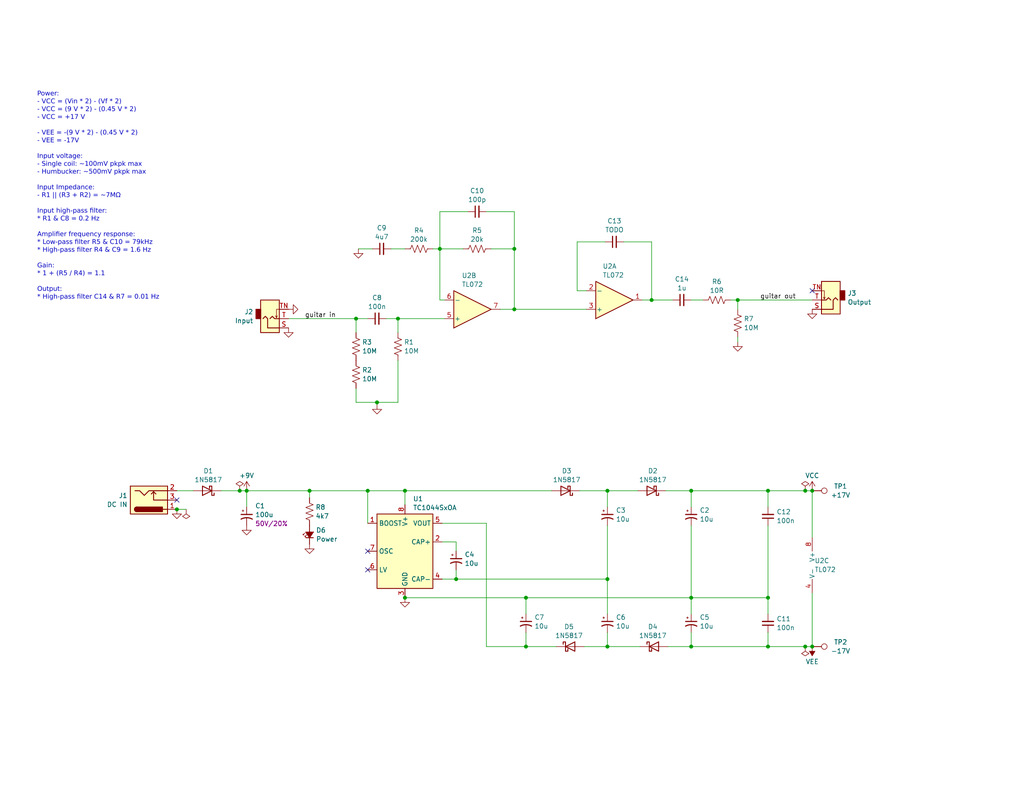
<source format=kicad_sch>
(kicad_sch (version 20230121) (generator eeschema)
  (paper "USLetter")
  (title_block (title "Coupling Constant") (date "2024-02-13") (rev "v1") (company "Winterbloom") (comment 1 "Alethea Flowers") (comment 2 "CERN-OHL-P V2") (comment 3 "coupling-constant.wntr.dev"))
  (lib_symbols
    (symbol "Amplifier_Operational:TL072" (pin_names (offset 0.127))
      (property "Reference" "U" (at 0 5.08 0))
      (property "Value" "TL072" (at 0 -5.08 0))
      (symbol "TL072_1_1"
        (polyline (pts (xy -5.08 5.08) (xy 5.08 0) (xy -5.08 -5.08) (xy -5.08 5.08)) (stroke (width 0.254)) (fill (type background)))
        (pin output line (at 7.62 0 180) (length 2.54) (name "~") (number "1"))
        (pin input line (at -7.62 -2.54 0) (length 2.54) (name "-") (number "2"))
        (pin input line (at -7.62 2.54 0) (length 2.54) (name "+") (number "3"))
      )
      (symbol "TL072_2_1"
        (polyline (pts (xy -5.08 5.08) (xy 5.08 0) (xy -5.08 -5.08) (xy -5.08 5.08)) (stroke (width 0.254)) (fill (type background)))
        (pin input line (at -7.62 2.54 0) (length 2.54) (name "+") (number "5"))
        (pin input line (at -7.62 -2.54 0) (length 2.54) (name "-") (number "6"))
        (pin output line (at 7.62 0 180) (length 2.54) (name "~") (number "7"))
      )
      (symbol "TL072_3_1"
        (pin power_in line (at -2.54 -7.62 90) (length 3.81) (name "V-") (number "4"))
        (pin power_in line (at -2.54 7.62 270) (length 3.81) (name "V+") (number "8"))
      )
    )
    (symbol "Connector:Barrel_Jack_Switch" (pin_names hide)
      (property "Reference" "J" (at 0 5.334 0))
      (property "Value" "Barrel_Jack_Switch" (at 0 -5.08 0))
      (symbol "Barrel_Jack_Switch_0_1"
        (rectangle (start -5.08 3.81) (end 5.08 -3.81) (stroke (width 0.254)) (fill (type background)))
        (arc (start -3.302 3.175) (mid -3.9343 2.54) (end -3.302 1.905) (stroke (width 0.254)))
        (arc (start -3.302 3.175) (mid -3.9343 2.54) (end -3.302 1.905) (stroke (width 0.254)) (fill (type outline)))
        (polyline (pts (xy 1.27 -2.286) (xy 1.905 -1.651)) (stroke (width 0.254)))
        (polyline (pts (xy 5.08 2.54) (xy 3.81 2.54)) (stroke (width 0.254)))
        (polyline (pts (xy 5.08 0) (xy 1.27 0) (xy 1.27 -2.286) (xy 0.635 -1.651)) (stroke (width 0.254)))
        (polyline (pts (xy -3.81 -2.54) (xy -2.54 -2.54) (xy -1.27 -1.27) (xy 0 -2.54) (xy 2.54 -2.54) (xy 5.08 -2.54)) (stroke (width 0.254)))
        (rectangle (start 3.683 3.175) (end -3.302 1.905) (stroke (width 0.254)) (fill (type outline)))
      )
      (symbol "Barrel_Jack_Switch_1_1"
        (pin passive line (at 7.62 2.54 180) (length 2.54) (name "~") (number "1"))
        (pin passive line (at 7.62 -2.54 180) (length 2.54) (name "~") (number "2"))
        (pin passive line (at 7.62 0 180) (length 2.54) (name "~") (number "3"))
      )
    )
    (symbol "Connector:TestPoint" (pin_numbers hide) (pin_names (offset 0.762) hide)
      (property "Reference" "TP" (at 0 6.858 0))
      (property "Value" "TestPoint" (at 0 5.08 0))
      (symbol "TestPoint_0_1"
        (circle (center 0 3.302) (radius 0.762))
      )
      (symbol "TestPoint_1_1"
        (pin passive line (at 0 0 90) (length 2.54) (name "1") (number "1"))
      )
    )
    (symbol "Connector_Audio:AudioJack2_SwitchT"
      (property "Reference" "J" (at 0 8.89 0))
      (property "Value" "AudioJack2_SwitchT" (at 0 6.35 0))
      (symbol "AudioJack2_SwitchT_0_1"
        (rectangle (start -2.54 0) (end -3.81 -2.54) (stroke (width 0.254)) (fill (type outline)))
        (polyline (pts (xy 1.778 -0.254) (xy 2.032 -0.762)))
        (polyline (pts (xy 0 0) (xy 0.635 -0.635) (xy 1.27 0) (xy 2.54 0)) (stroke (width 0.254)))
        (polyline (pts (xy 2.54 -2.54) (xy 1.778 -2.54) (xy 1.778 -0.254) (xy 1.524 -0.762)))
        (polyline (pts (xy 2.54 2.54) (xy -0.635 2.54) (xy -0.635 0) (xy -1.27 -0.635) (xy -1.905 0)) (stroke (width 0.254)))
        (rectangle (start 2.54 3.81) (end -2.54 -5.08) (stroke (width 0.254)) (fill (type background)))
      )
      (symbol "AudioJack2_SwitchT_1_1"
        (pin passive line (at 5.08 2.54 180) (length 2.54) (name "~") (number "S"))
        (pin passive line (at 5.08 0 180) (length 2.54) (name "~") (number "T"))
        (pin passive line (at 5.08 -2.54 180) (length 2.54) (name "~") (number "TN"))
      )
    )
    (symbol "Device:C_Polarized_Small_US" (pin_numbers hide) (pin_names (offset 0.254) hide)
      (property "Reference" "C" (at 0.254 1.778 0))
      (property "Value" "C_Polarized_Small_US" (at 0.254 -2.032 0))
      (symbol "C_Polarized_Small_US_0_1"
        (polyline (pts (xy -1.524 0.508) (xy 1.524 0.508)) (stroke (width 0.3048)))
        (polyline (pts (xy -1.27 1.524) (xy -0.762 1.524)))
        (polyline (pts (xy -1.016 1.27) (xy -1.016 1.778)))
        (arc (start 1.524 -0.762) (mid 0 -0.3734) (end -1.524 -0.762) (stroke (width 0.3048)))
      )
      (symbol "C_Polarized_Small_US_1_1"
        (pin passive line (at 0 2.54 270) (length 2.032) (name "~") (number "1"))
        (pin passive line (at 0 -2.54 90) (length 2.032) (name "~") (number "2"))
      )
    )
    (symbol "Device:C_Small" (pin_numbers hide) (pin_names (offset 0.254) hide)
      (property "Reference" "C" (at 0.254 1.778 0))
      (property "Value" "C_Small" (at 0.254 -2.032 0))
      (symbol "C_Small_0_1"
        (polyline (pts (xy -1.524 -0.508) (xy 1.524 -0.508)) (stroke (width 0.3302)))
        (polyline (pts (xy -1.524 0.508) (xy 1.524 0.508)) (stroke (width 0.3048)))
      )
      (symbol "C_Small_1_1"
        (pin passive line (at 0 2.54 270) (length 2.032) (name "~") (number "1"))
        (pin passive line (at 0 -2.54 90) (length 2.032) (name "~") (number "2"))
      )
    )
    (symbol "Device:LED_Small_Filled" (pin_numbers hide) (pin_names (offset 0.254) hide)
      (property "Reference" "D" (at -1.27 3.175 0))
      (property "Value" "LED_Small_Filled" (at -4.445 -2.54 0))
      (symbol "LED_Small_Filled_0_1"
        (polyline (pts (xy -0.762 -1.016) (xy -0.762 1.016)) (stroke (width 0.254)))
        (polyline (pts (xy 1.016 0) (xy -0.762 0)))
        (polyline (pts (xy 0.762 -1.016) (xy -0.762 0) (xy 0.762 1.016) (xy 0.762 -1.016)) (stroke (width 0.254)) (fill (type outline)))
        (polyline (pts (xy 0 0.762) (xy -0.508 1.27) (xy -0.254 1.27) (xy -0.508 1.27) (xy -0.508 1.016)))
        (polyline (pts (xy 0.508 1.27) (xy 0 1.778) (xy 0.254 1.778) (xy 0 1.778) (xy 0 1.524)))
      )
      (symbol "LED_Small_Filled_1_1"
        (pin passive line (at -2.54 0 0) (length 1.778) (name "K") (number "1"))
        (pin passive line (at 2.54 0 180) (length 1.778) (name "A") (number "2"))
      )
    )
    (symbol "Device:R_US" (pin_numbers hide) (pin_names (offset 0))
      (property "Reference" "R" (at 2.54 0 90))
      (property "Value" "R_US" (at -2.54 0 90))
      (symbol "R_US_0_1"
        (polyline (pts (xy 0 -2.286) (xy 0 -2.54)))
        (polyline (pts (xy 0 2.286) (xy 0 2.54)))
        (polyline (pts (xy 0 -0.762) (xy 1.016 -1.143) (xy 0 -1.524) (xy -1.016 -1.905) (xy 0 -2.286)))
        (polyline (pts (xy 0 0.762) (xy 1.016 0.381) (xy 0 0) (xy -1.016 -0.381) (xy 0 -0.762)))
        (polyline (pts (xy 0 2.286) (xy 1.016 1.905) (xy 0 1.524) (xy -1.016 1.143) (xy 0 0.762)))
      )
      (symbol "R_US_1_1"
        (pin passive line (at 0 3.81 270) (length 1.27) (name "~") (number "1"))
        (pin passive line (at 0 -3.81 90) (length 1.27) (name "~") (number "2"))
      )
    )
    (symbol "Diode:1N5817" (pin_numbers hide) (pin_names (offset 1.016) hide)
      (property "Reference" "D" (at 0 2.54 0))
      (property "Value" "1N5817" (at 0 -2.54 0))
      (symbol "1N5817_0_1"
        (polyline (pts (xy 1.27 0) (xy -1.27 0)))
        (polyline (pts (xy 1.27 1.27) (xy 1.27 -1.27) (xy -1.27 0) (xy 1.27 1.27)) (stroke (width 0.254)))
        (polyline (pts (xy -1.905 0.635) (xy -1.905 1.27) (xy -1.27 1.27) (xy -1.27 -1.27) (xy -0.635 -1.27) (xy -0.635 -0.635)) (stroke (width 0.254)))
      )
      (symbol "1N5817_1_1"
        (pin passive line (at -3.81 0 0) (length 2.54) (name "K") (number "1"))
        (pin passive line (at 3.81 0 180) (length 2.54) (name "A") (number "2"))
      )
    )
    (symbol "power:+9V" (power) (pin_names (offset 0))
      (property "Value" "+9V" (at 0 3.556 0))
      (symbol "+9V_0_1"
        (polyline (pts (xy -0.762 1.27) (xy 0 2.54)))
        (polyline (pts (xy 0 0) (xy 0 2.54)))
        (polyline (pts (xy 0 2.54) (xy 0.762 1.27)))
      )
      (symbol "+9V_1_1"
        (pin power_in line (at 0 0 90) (length 0) hide (name "+9V") (number "1"))
      )
    )
    (symbol "power:GND" (power) (pin_names (offset 0))
      (property "Value" "GND" (at 0 -3.81 0))
      (symbol "GND_0_1"
        (polyline (pts (xy 0 0) (xy 0 -1.27) (xy 1.27 -1.27) (xy 0 -2.54) (xy -1.27 -1.27) (xy 0 -1.27)))
      )
      (symbol "GND_1_1"
        (pin power_in line (at 0 0 270) (length 0) hide (name "GND") (number "1"))
      )
    )
    (symbol "power:PWR_FLAG" (power) (pin_numbers hide) (pin_names (offset 0) hide)
      (property "Value" "PWR_FLAG" (at 0 3.81 0))
      (symbol "PWR_FLAG_0_0"
        (pin power_out line (at 0 0 90) (length 0) (name "pwr") (number "1"))
      )
      (symbol "PWR_FLAG_0_1"
        (polyline (pts (xy 0 0) (xy 0 1.27) (xy -1.016 1.905) (xy 0 2.54) (xy 1.016 1.905) (xy 0 1.27)))
      )
    )
    (symbol "power:VCC" (power) (pin_names (offset 0))
      (property "Value" "VCC" (at 0 3.81 0))
      (symbol "VCC_0_1"
        (polyline (pts (xy -0.762 1.27) (xy 0 2.54)))
        (polyline (pts (xy 0 0) (xy 0 2.54)))
        (polyline (pts (xy 0 2.54) (xy 0.762 1.27)))
      )
      (symbol "VCC_1_1"
        (pin power_in line (at 0 0 90) (length 0) hide (name "VCC") (number "1"))
      )
    )
    (symbol "power:VEE" (power) (pin_names (offset 0))
      (property "Value" "VEE" (at 0 3.81 0))
      (symbol "VEE_0_1"
        (polyline (pts (xy 0 0) (xy 0 2.54)))
        (polyline (pts (xy 0.762 1.27) (xy -0.762 1.27) (xy 0 2.54) (xy 0.762 1.27)) (fill (type outline)))
      )
      (symbol "VEE_1_1"
        (pin power_in line (at 0 0 90) (length 0) hide (name "VEE") (number "1"))
      )
    )
    (symbol "winterbloom:TC1044SxOA"
      (property "Reference" "U" (at -6.35 11.43 0))
      (property "Value" "TC1044SxOA" (at 7.62 11.43 0))
      (symbol "TC1044SxOA_0_1"
        (rectangle (start -7.62 10.16) (end 7.62 -10.16) (stroke (width 0.254)) (fill (type background)))
      )
      (symbol "TC1044SxOA_1_1"
        (pin input line (at -10.16 7.62 0) (length 2.54) (name "BOOST") (number "1"))
        (pin passive line (at 10.16 2.54 180) (length 2.54) (name "CAP+") (number "2"))
        (pin power_in line (at 0 -12.7 90) (length 2.54) (name "GND") (number "3"))
        (pin passive line (at 10.16 -7.62 180) (length 2.54) (name "CAP-") (number "4"))
        (pin power_out line (at 10.16 7.62 180) (length 2.54) (name "VOUT") (number "5"))
        (pin input line (at -10.16 -5.08 0) (length 2.54) (name "LV") (number "6"))
        (pin passive line (at -10.16 0 0) (length 2.54) (name "OSC") (number "7"))
        (pin power_in line (at 0 12.7 270) (length 2.54) (name "V+") (number "8"))
      )
    )
  )
  (junction (at 102.87 109.855))
  (junction (at 219.71 176.53))
  (junction (at 209.55 163.195))
  (junction (at 188.595 163.195))
  (junction (at 110.49 133.985))
  (junction (at 124.46 158.115))
  (junction (at 177.8 81.915))
  (junction (at 110.49 163.195))
  (junction (at 84.455 133.985))
  (junction (at 67.31 133.985))
  (junction (at 48.26 139.065))
  (junction (at 219.71 133.985))
  (junction (at 188.595 176.53))
  (junction (at 65.405 133.985))
  (junction (at 209.55 133.985))
  (junction (at 140.335 67.945))
  (junction (at 140.335 84.455))
  (junction (at 221.615 176.53))
  (junction (at 188.595 133.985))
  (junction (at 209.55 176.53))
  (junction (at 108.585 86.995))
  (junction (at 165.735 176.53))
  (junction (at 120.015 67.945))
  (junction (at 165.735 158.115))
  (junction (at 100.33 133.985))
  (junction (at 165.735 133.985))
  (junction (at 201.295 81.915))
  (junction (at 143.51 176.53))
  (junction (at 143.51 163.195))
  (junction (at 97.155 86.995))
  (junction (at 221.615 133.985))
  (no_connect (at 100.33 155.575))
  (no_connect (at 48.26 136.525))
  (no_connect (at 100.33 150.495))
  (no_connect (at 221.615 79.375))
  (wire (pts (xy 97.155 86.995) (xy 100.33 86.995)))
  (wire (pts (xy 97.79 67.945) (xy 101.6 67.945)))
  (wire (pts (xy 188.595 176.53) (xy 209.55 176.53)))
  (wire (pts (xy 124.46 158.115) (xy 165.735 158.115)))
  (wire (pts (xy 177.8 66.04) (xy 177.8 81.915)))
  (wire (pts (xy 110.49 133.985) (xy 110.49 137.795)))
  (wire (pts (xy 140.335 57.785) (xy 140.335 67.945)))
  (wire (pts (xy 124.46 147.955) (xy 124.46 150.495)))
  (wire (pts (xy 188.595 176.53) (xy 188.595 172.72)))
  (wire (pts (xy 100.33 142.875) (xy 100.33 133.985)))
  (wire (pts (xy 124.46 158.115) (xy 120.65 158.115)))
  (wire (pts (xy 67.31 133.985) (xy 84.455 133.985)))
  (wire (pts (xy 165.735 143.51) (xy 165.735 158.115)))
  (wire (pts (xy 108.585 109.855) (xy 102.87 109.855)))
  (wire (pts (xy 191.77 81.915) (xy 188.595 81.915)))
  (wire (pts (xy 143.51 176.53) (xy 143.51 172.72)))
  (wire (pts (xy 188.595 143.51) (xy 188.595 163.195)))
  (wire (pts (xy 165.735 133.985) (xy 165.735 138.43)))
  (wire (pts (xy 48.26 139.065) (xy 50.8 139.065)))
  (wire (pts (xy 201.295 93.345) (xy 201.295 92.075)))
  (wire (pts (xy 165.735 158.115) (xy 165.735 167.64)))
  (wire (pts (xy 110.49 133.985) (xy 150.495 133.985)))
  (wire (pts (xy 181.61 133.985) (xy 188.595 133.985)))
  (wire (pts (xy 165.735 176.53) (xy 159.385 176.53)))
  (wire (pts (xy 157.48 66.04) (xy 157.48 79.375)))
  (wire (pts (xy 221.615 133.985) (xy 221.615 146.685)))
  (wire (pts (xy 170.18 66.04) (xy 177.8 66.04)))
  (wire (pts (xy 67.31 133.985) (xy 65.405 133.985)))
  (wire (pts (xy 209.55 133.985) (xy 219.71 133.985)))
  (wire (pts (xy 97.155 109.855) (xy 97.155 106.045)))
  (wire (pts (xy 67.31 133.985) (xy 67.31 138.43)))
  (wire (pts (xy 102.87 110.49) (xy 102.87 109.855)))
  (wire (pts (xy 126.365 67.945) (xy 120.015 67.945)))
  (wire (pts (xy 177.8 81.915) (xy 175.26 81.915)))
  (wire (pts (xy 209.55 143.51) (xy 209.55 163.195)))
  (wire (pts (xy 124.46 155.575) (xy 124.46 158.115)))
  (wire (pts (xy 100.33 133.985) (xy 110.49 133.985)))
  (wire (pts (xy 165.735 172.72) (xy 165.735 176.53)))
  (wire (pts (xy 120.015 67.945) (xy 120.015 81.915)))
  (wire (pts (xy 133.985 67.945) (xy 140.335 67.945)))
  (wire (pts (xy 120.015 81.915) (xy 121.285 81.915)))
  (wire (pts (xy 120.015 57.785) (xy 127.635 57.785)))
  (wire (pts (xy 118.11 67.945) (xy 120.015 67.945)))
  (wire (pts (xy 209.55 172.72) (xy 209.55 176.53)))
  (wire (pts (xy 136.525 84.455) (xy 140.335 84.455)))
  (wire (pts (xy 143.51 176.53) (xy 132.715 176.53)))
  (wire (pts (xy 48.26 133.985) (xy 52.705 133.985)))
  (wire (pts (xy 132.715 57.785) (xy 140.335 57.785)))
  (wire (pts (xy 221.615 176.53) (xy 221.615 161.925)))
  (wire (pts (xy 174.625 176.53) (xy 165.735 176.53)))
  (wire (pts (xy 157.48 79.375) (xy 160.02 79.375)))
  (wire (pts (xy 209.55 176.53) (xy 219.71 176.53)))
  (wire (pts (xy 165.735 133.985) (xy 173.99 133.985)))
  (wire (pts (xy 201.295 81.915) (xy 201.295 84.455)))
  (wire (pts (xy 177.8 81.915) (xy 183.515 81.915)))
  (wire (pts (xy 140.335 84.455) (xy 160.02 84.455)))
  (wire (pts (xy 84.455 133.985) (xy 84.455 135.89)))
  (wire (pts (xy 188.595 176.53) (xy 182.245 176.53)))
  (wire (pts (xy 143.51 163.195) (xy 188.595 163.195)))
  (wire (pts (xy 151.765 176.53) (xy 143.51 176.53)))
  (wire (pts (xy 108.585 86.995) (xy 121.285 86.995)))
  (wire (pts (xy 110.49 163.195) (xy 143.51 163.195)))
  (wire (pts (xy 201.295 81.915) (xy 221.615 81.915)))
  (wire (pts (xy 188.595 133.985) (xy 209.55 133.985)))
  (wire (pts (xy 219.71 133.985) (xy 221.615 133.985)))
  (wire (pts (xy 143.51 163.195) (xy 143.51 167.64)))
  (wire (pts (xy 106.68 67.945) (xy 110.49 67.945)))
  (wire (pts (xy 140.335 67.945) (xy 140.335 84.455)))
  (wire (pts (xy 157.48 66.04) (xy 165.1 66.04)))
  (wire (pts (xy 102.87 109.855) (xy 97.155 109.855)))
  (wire (pts (xy 209.55 133.985) (xy 209.55 138.43)))
  (wire (pts (xy 108.585 98.425) (xy 108.585 109.855)))
  (wire (pts (xy 188.595 163.195) (xy 188.595 167.64)))
  (wire (pts (xy 120.65 142.875) (xy 132.715 142.875)))
  (wire (pts (xy 158.115 133.985) (xy 165.735 133.985)))
  (wire (pts (xy 188.595 133.985) (xy 188.595 138.43)))
  (wire (pts (xy 78.74 86.995) (xy 97.155 86.995)))
  (wire (pts (xy 120.65 147.955) (xy 124.46 147.955)))
  (wire (pts (xy 209.55 167.64) (xy 209.55 163.195)))
  (wire (pts (xy 65.405 133.985) (xy 60.325 133.985)))
  (wire (pts (xy 188.595 163.195) (xy 209.55 163.195)))
  (wire (pts (xy 108.585 90.805) (xy 108.585 86.995)))
  (wire (pts (xy 120.015 67.945) (xy 120.015 57.785)))
  (wire (pts (xy 105.41 86.995) (xy 108.585 86.995)))
  (wire (pts (xy 100.33 133.985) (xy 84.455 133.985)))
  (wire (pts (xy 97.155 90.805) (xy 97.155 86.995)))
  (wire (pts (xy 219.71 176.53) (xy 221.615 176.53)))
  (wire (pts (xy 132.715 142.875) (xy 132.715 176.53)))
  (wire (pts (xy 199.39 81.915) (xy 201.295 81.915)))
  (text "Power:\n- VCC = (Vin * 2) - (Vf * 2)\n- VCC = (9 V * 2) - (0.45 V * 2)\n- VCC = +17 V\n\n- VEE = -(9 V * 2) - (0.45 V * 2)\n- VEE = -17V\n\nInput voltage:\n- Single coil: ~100mV pkpk max\n- Humbucker: ~500mV pkpk max\n\nInput Impedance:\n- R1 || (R3 + R2) = ~7MΩ\n\nInput high-pass filter:\n* R1 & C8 = 0.2 Hz\n\nAmplifier frequency response:\n* Low-pass filter R5 & C10 = 79kHz\n* High-pass filter R4 & C9 = 1.6 Hz\n\nGain:\n* 1 + (R5 / R4) = 1.1\n\nOutput:\n* High-pass filter C14 & R7 = 0.01 Hz\n\n" (at 10.16 84.455 0) (effects (font (size 1.27 1.27)) (justify left bottom)))
  (label "guitar in" (at 83.185 86.995 0))
  (label "guitar out" (at 217.17 81.915 180))
  (symbol (lib_id "Connector_Audio:AudioJack2_SwitchT") (at 226.695 81.915 180) (unit 1)
    (property "Reference" "J3" (at 231.267 80.0679 0) (effects (justify right)))
    (property "Value" "Output" (at 231.267 82.4921 0) (effects (justify right)))
    (property "Footprint" "Connector_Audio:Jack_6.35mm_Neutrik_NMJ4HCD2_Horizontal" (effects hide))
  )
  (symbol (lib_id "power:VEE") (at 221.615 176.53 180) (unit 1)
    (property "Reference" "#PWR0112" (effects hide))
    (property "Value" "VEE" (at 221.615 180.6631 0))
  )
  (symbol (lib_id "Device:C_Small") (at 209.55 140.97 180) (unit 1)
    (property "Reference" "C12" (at 211.8741 139.7515 0) (effects (justify right)))
    (property "Value" "100n" (at 211.8741 142.1757 0) (effects (justify right)))
    (property "Footprint" "winterbloom:C_0805_HandSolder" (effects hide))
    (property "Rating" "50V/10%" (effects hide))
    (property "mpn" "CL21B104KBCNNNC" (effects hide))
  )
  (symbol (lib_id "Device:C_Polarized_Small_US") (at 143.51 170.18 0) (unit 1)
    (property "Reference" "C7" (at 145.8214 168.5361 0) (effects (justify left)))
    (property "Value" "10u" (at 145.8214 170.9603 0) (effects (justify left)))
    (property "Footprint" "winterbloom:C_1206_HandSolder" (effects hide))
    (property "Rating" "25V/10%" (effects hide))
    (property "mpn" "GRM21BR61E106KA73L" (effects hide))
  )
  (symbol (lib_id "power:GND") (at 97.79 67.945 0) (unit 1)
    (property "Reference" "#PWR0102" (effects hide))
    (property "Value" "GND" (effects hide))
  )
  (symbol (lib_id "Device:R_US") (at 130.175 67.945 90) (unit 1)
    (property "Reference" "R5" (at 130.175 62.9117 90))
    (property "Value" "20k" (at 130.175 65.3359 90))
    (property "Footprint" "winterbloom:R_0805_HandSolder" (effects hide))
    (property "Rating" "125mW/1%/Thin" (effects hide))
    (property "mpn" "RT0805FRE0720KL" (effects hide))
  )
  (symbol (lib_id "Device:R_US") (at 195.58 81.915 270) (unit 1)
    (property "Reference" "R6" (at 195.58 76.8817 90))
    (property "Value" "10R" (at 195.58 79.3059 90))
    (property "Footprint" "winterbloom:R_0805_HandSolder" (effects hide))
    (property "Rating" "125mW/1%/Thin" (effects hide))
    (property "mpn" "RT0805FRE0710RL" (effects hide))
  )
  (symbol (lib_id "Connector:TestPoint") (at 221.615 133.985 270) (unit 1)
    (property "Reference" "TP1" (at 229.3582 132.7729 90))
    (property "Value" "+17V" (at 229.3582 135.1971 90))
    (property "Footprint" "TestPoint:TestPoint_Pad_D1.0mm" (effects hide))
  )
  (symbol (lib_id "Diode:1N5817") (at 154.305 133.985 180) (unit 1)
    (property "Reference" "D3" (at 154.6225 128.5707 0))
    (property "Value" "1N5817" (at 154.6225 130.9949 0))
    (property "Footprint" "winterbloom:D_SOD-123+SOD-123F" (effects hide))
    (property "Datasheet" "http://www.vishay.com/docs/88525/1n5817.pdf" (effects hide))
    (property "mpn" "B5819W" (effects hide))
    (property "Rating" "40V" (effects hide))
  )
  (symbol (lib_id "Device:C_Small") (at 104.14 67.945 90) (unit 1)
    (property "Reference" "C9" (at 104.1463 62.2386 90))
    (property "Value" "4u7" (at 104.1463 64.6628 90))
    (property "Footprint" "winterbloom:C_0805_HandSolder" (effects hide))
    (property "Rating" "25V/10%" (effects hide))
    (property "mpn" "CL21A475KAQNNNE" (effects hide))
  )
  (symbol (lib_id "Connector_Audio:AudioJack2_SwitchT") (at 73.66 86.995 0) (mirror x) (unit 1)
    (property "Reference" "J2" (at 69.0881 85.1479 0) (effects (justify right)))
    (property "Value" "Input" (at 69.0881 87.5721 0) (effects (justify right)))
    (property "Footprint" "Connector_Audio:Jack_6.35mm_Neutrik_NMJ4HCD2_Horizontal" (effects hide))
  )
  (symbol (lib_id "Device:R_US") (at 84.455 139.7 180) (unit 1)
    (property "Reference" "R8" (at 86.106 138.4879 0) (effects (justify right)))
    (property "Value" "4k7" (at 86.106 140.9121 0) (effects (justify right)))
    (property "Footprint" "winterbloom:R_0805_HandSolder" (effects hide))
    (property "Rating" "125mW/1%/Thin" (effects hide))
    (property "mpn" "RT0805FRE074K7L" (effects hide))
  )
  (symbol (lib_id "Device:C_Polarized_Small_US") (at 124.46 153.035 0) (unit 1)
    (property "Reference" "C4" (at 126.7714 151.3911 0) (effects (justify left)))
    (property "Value" "10u" (at 126.7714 153.8153 0) (effects (justify left)))
    (property "Footprint" "winterbloom:C_1206_HandSolder" (effects hide))
    (property "Rating" "25V/10%" (effects hide))
    (property "mpn" "GRM21BR61E106KA73L" (effects hide))
  )
  (symbol (lib_id "Device:C_Polarized_Small_US") (at 188.595 140.97 0) (unit 1)
    (property "Reference" "C2" (at 190.9064 139.3261 0) (effects (justify left)))
    (property "Value" "10u" (at 190.9064 141.7503 0) (effects (justify left)))
    (property "Footprint" "winterbloom:C_1206_HandSolder" (effects hide))
    (property "Rating" "25V/10%" (effects hide))
    (property "mpn" "GRM21BR61E106KA73L" (effects hide))
  )
  (symbol (lib_id "power:GND") (at 48.26 139.065 0) (unit 1)
    (property "Reference" "#PWR0114" (effects hide))
    (property "Value" "GND" (effects hide))
  )
  (symbol (lib_id "Device:C_Small") (at 167.64 66.04 90) (unit 1)
    (property "Reference" "C13" (at 167.6463 60.3336 90))
    (property "Value" "TODO" (at 167.6463 62.7578 90))
    (property "Footprint" "winterbloom:C_0805_HandSolder" (effects hide))
    (property "Rating" "25V/10%" (effects hide))
  )
  (symbol (lib_id "power:GND") (at 84.455 148.59 0) (unit 1)
    (property "Reference" "#PWR0104" (effects hide))
    (property "Value" "GND" (effects hide))
  )
  (symbol (lib_id "Connector:Barrel_Jack_Switch") (at 40.64 136.525 0) (mirror x) (unit 1)
    (property "Reference" "J1" (at 34.7981 135.3129 0) (effects (justify right)))
    (property "Value" "DC IN" (at 34.7981 137.7371 0) (effects (justify right)))
    (property "Footprint" "winterbloom:BarrelJack_CUI_PJ-102AH_Horizontal" (effects hide))
    (property "Datasheet" "https://www.mouser.com/datasheet/2/670/pj_102a-1778834.pdf" (effects hide))
    (property "mpn" "PJ-102A" (effects hide))
  )
  (symbol (lib_id "Device:C_Polarized_Small_US") (at 165.735 140.97 0) (unit 1)
    (property "Reference" "C3" (at 168.0464 139.3261 0) (effects (justify left)))
    (property "Value" "10u" (at 168.0464 141.7503 0) (effects (justify left)))
    (property "Footprint" "winterbloom:C_1206_HandSolder" (effects hide))
    (property "Rating" "25V/10%" (effects hide))
    (property "mpn" "GRM21BR61E106KA73L" (effects hide))
  )
  (symbol (lib_id "Device:R_US") (at 97.155 102.235 0) (unit 1)
    (property "Reference" "R2" (at 98.806 101.0229 0) (effects (justify left)))
    (property "Value" "10M" (at 98.806 103.4471 0) (effects (justify left)))
    (property "Footprint" "winterbloom:R_0805_HandSolder" (effects hide))
    (property "Rating" "125mW/10%" (effects hide))
    (property "mpn" "RC0805JR-0710ML" (effects hide))
  )
  (symbol (lib_id "Connector:TestPoint") (at 221.615 176.53 270) (unit 1)
    (property "Reference" "TP2" (at 229.3582 175.3179 90))
    (property "Value" "-17V" (at 229.3582 177.7421 90))
    (property "Footprint" "TestPoint:TestPoint_Pad_D1.0mm" (effects hide))
  )
  (symbol (lib_id "Device:C_Small") (at 209.55 170.18 180) (unit 1)
    (property "Reference" "C11" (at 211.8741 168.9615 0) (effects (justify right)))
    (property "Value" "100n" (at 211.8741 171.3857 0) (effects (justify right)))
    (property "Footprint" "winterbloom:C_0805_HandSolder" (effects hide))
    (property "Rating" "50V/10%" (effects hide))
    (property "mpn" "CL21B104KBCNNNC" (effects hide))
  )
  (symbol (lib_id "Diode:1N5817") (at 56.515 133.985 180) (unit 1)
    (property "Reference" "D1" (at 56.8325 128.5707 0))
    (property "Value" "1N5817" (at 56.8325 130.9949 0))
    (property "Footprint" "winterbloom:D_SOD-123+SOD-123F" (effects hide))
    (property "Datasheet" "http://www.vishay.com/docs/88525/1n5817.pdf" (effects hide))
    (property "mpn" "B5819W" (effects hide))
    (property "Rating" "40V" (effects hide))
  )
  (symbol (lib_id "Amplifier_Operational:TL072") (at 224.155 154.305 0) (unit 3)
    (property "Reference" "U2" (at 222.25 153.0929 0) (effects (justify left)))
    (property "Value" "TL072" (at 222.25 155.5171 0) (effects (justify left)))
    (property "Footprint" "Package_SO:SOIC-8_3.9x4.9mm_P1.27mm" (effects hide))
    (property "Datasheet" "http://www.ti.com/lit/ds/symlink/tl071.pdf" (effects hide))
  )
  (symbol (lib_id "power:GND") (at 67.31 143.51 0) (unit 1)
    (property "Reference" "#PWR0108" (effects hide))
    (property "Value" "GND" (effects hide))
  )
  (symbol (lib_id "Amplifier_Operational:TL072") (at 128.905 84.455 0) (mirror x) (unit 2)
    (property "Reference" "U2" (at 125.9817 75.2307 0) (effects (justify left)))
    (property "Value" "TL072" (at 125.9817 77.6549 0) (effects (justify left)))
    (property "Footprint" "Package_SO:SOIC-8_3.9x4.9mm_P1.27mm" (effects hide))
    (property "Datasheet" "http://www.ti.com/lit/ds/symlink/tl071.pdf" (effects hide))
  )
  (symbol (lib_id "power:VCC") (at 221.615 133.985 0) (unit 1)
    (property "Reference" "#PWR0107" (effects hide))
    (property "Value" "VCC" (at 221.615 129.8519 0))
  )
  (symbol (lib_id "power:GND") (at 78.74 89.535 0) (unit 1)
    (property "Reference" "#PWR0103" (effects hide))
    (property "Value" "GND" (effects hide))
  )
  (symbol (lib_id "Device:C_Polarized_Small_US") (at 67.31 140.97 0) (unit 1)
    (property "Reference" "C1" (at 69.6214 138.114 0) (effects (justify left)))
    (property "Value" "100u" (at 69.6214 140.5382 0) (effects (justify left)))
    (property "Footprint" "Capacitor_SMD:CP_Elec_8x10.5" (effects hide))
    (property "mpn" "UUD1V101MNL1GS" (effects hide))
    (property "Rating" "50V/20%" (at 69.6214 142.9624 0) (effects (justify left)))
  )
  (symbol (lib_id "Device:LED_Small_Filled") (at 84.455 146.05 90) (unit 1)
    (property "Reference" "D6" (at 86.233 144.7744 90) (effects (justify right)))
    (property "Value" "Power" (at 86.233 147.1986 90) (effects (justify right)))
    (property "Footprint" "LED_THT:LED_D3.0mm" (effects hide))
  )
  (symbol (lib_id "power:PWR_FLAG") (at 219.71 176.53 180) (unit 1)
    (property "Reference" "#FLG0103" (effects hide))
    (property "Value" "PWR_FLAG" (effects hide))
  )
  (symbol (lib_id "Amplifier_Operational:TL072") (at 167.64 81.915 0) (mirror x) (unit 1)
    (property "Reference" "U2" (at 164.4143 72.6907 0) (effects (justify left)))
    (property "Value" "TL072" (at 164.4143 75.1149 0) (effects (justify left)))
    (property "Footprint" "Package_SO:SOIC-8_3.9x4.9mm_P1.27mm" (effects hide))
    (property "Datasheet" "http://www.ti.com/lit/ds/symlink/tl071.pdf" (effects hide))
  )
  (symbol (lib_id "Device:C_Polarized_Small_US") (at 188.595 170.18 0) (unit 1)
    (property "Reference" "C5" (at 190.9064 168.5361 0) (effects (justify left)))
    (property "Value" "10u" (at 190.9064 170.9603 0) (effects (justify left)))
    (property "Footprint" "winterbloom:C_1206_HandSolder" (effects hide))
    (property "Rating" "25V/10%" (effects hide))
    (property "mpn" "GRM21BR61E106KA73L" (effects hide))
  )
  (symbol (lib_id "Device:C_Small") (at 186.055 81.915 90) (unit 1)
    (property "Reference" "C14" (at 186.0613 76.2086 90))
    (property "Value" "1u" (at 186.0613 78.6328 90))
    (property "Footprint" "winterbloom:C_0805_HandSolder" (effects hide))
    (property "Rating" "25V/10%" (effects hide))
    (property "mpn" "CL21A105KBCLNNC" (effects hide))
  )
  (symbol (lib_id "power:GND") (at 110.49 163.195 0) (unit 1)
    (property "Reference" "#PWR0109" (effects hide))
    (property "Value" "GND" (effects hide))
  )
  (symbol (lib_id "Device:R_US") (at 114.3 67.945 90) (unit 1)
    (property "Reference" "R4" (at 114.3 62.9117 90))
    (property "Value" "200k" (at 114.3 65.3359 90))
    (property "Footprint" "winterbloom:R_0805_HandSolder" (effects hide))
    (property "Rating" "125mW/1%/Thin" (effects hide))
    (property "mpn" "RT0805DRD07200KL" (effects hide))
  )
  (symbol (lib_id "Device:R_US") (at 97.155 94.615 0) (unit 1)
    (property "Reference" "R3" (at 98.806 93.4029 0) (effects (justify left)))
    (property "Value" "10M" (at 98.806 95.8271 0) (effects (justify left)))
    (property "Footprint" "winterbloom:R_0805_HandSolder" (effects hide))
    (property "Rating" "125mW/10%" (effects hide))
    (property "mpn" "RC0805JR-0710ML" (effects hide))
  )
  (symbol (lib_id "power:PWR_FLAG") (at 50.8 139.065 180) (unit 1)
    (property "Reference" "#FLG0104" (effects hide))
    (property "Value" "PWR_FLAG" (effects hide))
  )
  (symbol (lib_id "power:GND") (at 102.87 110.49 0) (unit 1)
    (property "Reference" "#PWR0101" (effects hide))
    (property "Value" "GND" (effects hide))
  )
  (symbol (lib_id "power:GND") (at 221.615 84.455 0) (unit 1)
    (property "Reference" "#PWR0111" (effects hide))
    (property "Value" "GND" (effects hide))
  )
  (symbol (lib_id "power:PWR_FLAG") (at 65.405 133.985 0) (unit 1)
    (property "Reference" "#FLG0101" (effects hide))
    (property "Value" "PWR_FLAG" (effects hide))
  )
  (symbol (lib_id "power:+9V") (at 67.31 133.985 0) (unit 1)
    (property "Reference" "#PWR0113" (effects hide))
    (property "Value" "+9V" (at 67.31 129.8519 0))
  )
  (symbol (lib_id "Device:C_Small") (at 102.87 86.995 90) (unit 1)
    (property "Reference" "C8" (at 102.8763 81.2886 90))
    (property "Value" "100n" (at 102.8763 83.7128 90))
    (property "Footprint" "winterbloom:C_0805_HandSolder" (effects hide))
    (property "Rating" "50V/10%" (effects hide))
    (property "mpn" "CL21B104KBCNNNC" (effects hide))
  )
  (symbol (lib_id "Device:C_Polarized_Small_US") (at 165.735 170.18 0) (unit 1)
    (property "Reference" "C6" (at 168.0464 168.5361 0) (effects (justify left)))
    (property "Value" "10u" (at 168.0464 170.9603 0) (effects (justify left)))
    (property "Footprint" "winterbloom:C_1206_HandSolder" (effects hide))
    (property "Rating" "25V/10%" (effects hide))
    (property "mpn" "GRM21BR61E106KA73L" (effects hide))
  )
  (symbol (lib_id "Diode:1N5817") (at 178.435 176.53 0) (unit 1)
    (property "Reference" "D4" (at 178.1175 171.1157 0))
    (property "Value" "1N5817" (at 178.1175 173.5399 0))
    (property "Footprint" "winterbloom:D_SOD-123+SOD-123F" (effects hide))
    (property "Datasheet" "http://www.vishay.com/docs/88525/1n5817.pdf" (effects hide))
    (property "mpn" "B5819W" (effects hide))
    (property "Rating" "40V" (effects hide))
  )
  (symbol (lib_id "Device:C_Small") (at 130.175 57.785 90) (unit 1)
    (property "Reference" "C10" (at 130.1813 52.0786 90))
    (property "Value" "100p" (at 130.1813 54.5028 90))
    (property "Footprint" "winterbloom:C_0805_HandSolder" (effects hide))
    (property "Rating" "25V/5%" (effects hide))
    (property "mpn" "CC0805JRNPO9BN101" (effects hide))
  )
  (symbol (lib_id "Diode:1N5817") (at 155.575 176.53 0) (unit 1)
    (property "Reference" "D5" (at 155.2575 171.1157 0))
    (property "Value" "1N5817" (at 155.2575 173.5399 0))
    (property "Footprint" "winterbloom:D_SOD-123+SOD-123F" (effects hide))
    (property "Datasheet" "http://www.vishay.com/docs/88525/1n5817.pdf" (effects hide))
    (property "mpn" "B5819W" (effects hide))
    (property "Rating" "40V" (effects hide))
  )
  (symbol (lib_id "Device:R_US") (at 201.295 88.265 180) (unit 1)
    (property "Reference" "R7" (at 202.946 87.0529 0) (effects (justify right)))
    (property "Value" "10M" (at 202.946 89.4771 0) (effects (justify right)))
    (property "Footprint" "winterbloom:R_0805_HandSolder" (effects hide))
    (property "Rating" "125mW/10%" (effects hide))
    (property "mpn" "RC0805JR-0710ML" (effects hide))
  )
  (symbol (lib_id "power:PWR_FLAG") (at 219.71 133.985 0) (unit 1)
    (property "Reference" "#FLG0102" (effects hide))
    (property "Value" "PWR_FLAG" (effects hide))
  )
  (symbol (lib_id "Diode:1N5817") (at 177.8 133.985 180) (unit 1)
    (property "Reference" "D2" (at 178.1175 128.5707 0))
    (property "Value" "1N5817" (at 178.1175 130.9949 0))
    (property "Footprint" "winterbloom:D_SOD-123+SOD-123F" (effects hide))
    (property "Datasheet" "http://www.vishay.com/docs/88525/1n5817.pdf" (effects hide))
    (property "mpn" "B5819W" (effects hide))
    (property "Rating" "40V" (effects hide))
  )
  (symbol (lib_id "power:GND") (at 201.295 93.345 0) (unit 1)
    (property "Reference" "#PWR0106" (effects hide))
    (property "Value" "GND" (effects hide))
  )
  (symbol (lib_id "winterbloom:TC1044SxOA") (at 110.49 150.495 0) (unit 1)
    (property "Reference" "U1" (at 112.6841 136.1907 0) (effects (justify left)))
    (property "Value" "TC1044SxOA" (at 112.6841 138.6149 0) (effects (justify left)))
    (property "Footprint" "Package_SO:SOIC-8_3.9x4.9mm_P1.27mm" (effects hide))
    (property "Datasheet" "http://ww1.microchip.com/downloads/en/DeviceDoc/21469a.pdf" (effects hide))
    (property "mpn" "TC1044SEOA713" (effects hide))
  )
  (symbol (lib_id "Device:R_US") (at 108.585 94.615 0) (unit 1)
    (property "Reference" "R1" (at 110.236 93.4029 0) (effects (justify left)))
    (property "Value" "10M" (at 110.236 95.8271 0) (effects (justify left)))
    (property "Footprint" "winterbloom:R_0805_HandSolder" (effects hide))
    (property "Rating" "125mW/10%" (effects hide))
    (property "mpn" "RC0805JR-0710ML" (effects hide))
  )
  (symbol (lib_id "power:GND") (at 78.74 84.455 90) (unit 1)
    (property "Reference" "#PWR0105" (effects hide))
    (property "Value" "GND" (effects hide))
  )
)
</source>
